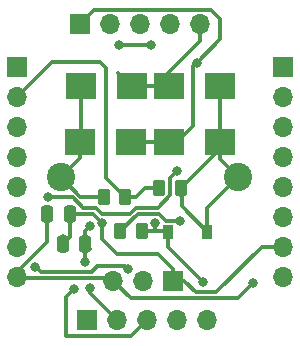
<source format=gtl>
G04 #@! TF.GenerationSoftware,KiCad,Pcbnew,(6.0.11)*
G04 #@! TF.CreationDate,2023-12-04T17:04:48+01:00*
G04 #@! TF.ProjectId,PCB_Dongle_Linky,5043425f-446f-46e6-976c-655f4c696e6b,rev?*
G04 #@! TF.SameCoordinates,Original*
G04 #@! TF.FileFunction,Copper,L1,Top*
G04 #@! TF.FilePolarity,Positive*
%FSLAX46Y46*%
G04 Gerber Fmt 4.6, Leading zero omitted, Abs format (unit mm)*
G04 Created by KiCad (PCBNEW (6.0.11)) date 2023-12-04 17:04:48*
%MOMM*%
%LPD*%
G01*
G04 APERTURE LIST*
G04 Aperture macros list*
%AMRoundRect*
0 Rectangle with rounded corners*
0 $1 Rounding radius*
0 $2 $3 $4 $5 $6 $7 $8 $9 X,Y pos of 4 corners*
0 Add a 4 corners polygon primitive as box body*
4,1,4,$2,$3,$4,$5,$6,$7,$8,$9,$2,$3,0*
0 Add four circle primitives for the rounded corners*
1,1,$1+$1,$2,$3*
1,1,$1+$1,$4,$5*
1,1,$1+$1,$6,$7*
1,1,$1+$1,$8,$9*
0 Add four rect primitives between the rounded corners*
20,1,$1+$1,$2,$3,$4,$5,0*
20,1,$1+$1,$4,$5,$6,$7,0*
20,1,$1+$1,$6,$7,$8,$9,0*
20,1,$1+$1,$8,$9,$2,$3,0*%
G04 Aperture macros list end*
G04 #@! TA.AperFunction,ComponentPad*
%ADD10R,1.700000X1.700000*%
G04 #@! TD*
G04 #@! TA.AperFunction,ComponentPad*
%ADD11O,1.700000X1.700000*%
G04 #@! TD*
G04 #@! TA.AperFunction,SMDPad,CuDef*
%ADD12RoundRect,0.250000X0.262500X0.450000X-0.262500X0.450000X-0.262500X-0.450000X0.262500X-0.450000X0*%
G04 #@! TD*
G04 #@! TA.AperFunction,SMDPad,CuDef*
%ADD13RoundRect,0.250000X0.250000X0.475000X-0.250000X0.475000X-0.250000X-0.475000X0.250000X-0.475000X0*%
G04 #@! TD*
G04 #@! TA.AperFunction,SMDPad,CuDef*
%ADD14R,2.500000X2.300000*%
G04 #@! TD*
G04 #@! TA.AperFunction,SMDPad,CuDef*
%ADD15RoundRect,0.250000X-0.250000X-0.475000X0.250000X-0.475000X0.250000X0.475000X-0.250000X0.475000X0*%
G04 #@! TD*
G04 #@! TA.AperFunction,ComponentPad*
%ADD16C,2.400000*%
G04 #@! TD*
G04 #@! TA.AperFunction,SMDPad,CuDef*
%ADD17R,0.900000X1.200000*%
G04 #@! TD*
G04 #@! TA.AperFunction,ViaPad*
%ADD18C,0.800000*%
G04 #@! TD*
G04 #@! TA.AperFunction,Conductor*
%ADD19C,0.300000*%
G04 #@! TD*
G04 APERTURE END LIST*
D10*
G04 #@! TO.P,J0,1,Pin_1*
G04 #@! TO.N,I1*
X25275000Y-104400000D03*
D11*
G04 #@! TO.P,J0,2,Pin_2*
G04 #@! TO.N,unconnected-(J0-Pad2)*
X27815000Y-104400000D03*
G04 #@! TO.P,J0,3,Pin_3*
G04 #@! TO.N,I2*
X30355000Y-104400000D03*
G04 #@! TO.P,J0,4,Pin_4*
G04 #@! TO.N,unconnected-(J0-Pad4)*
X32895000Y-104400000D03*
G04 #@! TO.P,J0,5,Pin_5*
G04 #@! TO.N,A*
X35435000Y-104400000D03*
G04 #@! TD*
D12*
G04 #@! TO.P,R4,1*
G04 #@! TO.N,Net-(J1-Pad2)*
X29162500Y-119000000D03*
G04 #@! TO.P,R4,2*
G04 #@! TO.N,VCC*
X27337500Y-119000000D03*
G04 #@! TD*
D13*
G04 #@! TO.P,C2b0,1*
G04 #@! TO.N,VCC*
X25750000Y-123000000D03*
G04 #@! TO.P,C2b0,2*
G04 #@! TO.N,GND1*
X23850000Y-123000000D03*
G04 #@! TD*
D14*
G04 #@! TO.P,D4,1,K*
G04 #@! TO.N,I1*
X32850000Y-114350000D03*
G04 #@! TO.P,D4,2,A*
G04 #@! TO.N,GND*
X37150000Y-114350000D03*
G04 #@! TD*
G04 #@! TO.P,D1,1,K*
G04 #@! TO.N,VCC*
X25400000Y-109650000D03*
G04 #@! TO.P,D1,2,A*
G04 #@! TO.N,A*
X29700000Y-109650000D03*
G04 #@! TD*
D10*
G04 #@! TO.P,J2,1,Pin_1*
G04 #@! TO.N,unconnected-(J2-Pad1)*
X42520000Y-108000000D03*
D11*
G04 #@! TO.P,J2,2,Pin_2*
G04 #@! TO.N,Net-(J2-Pad2)*
X42520000Y-110540000D03*
G04 #@! TO.P,J2,3,Pin_3*
G04 #@! TO.N,unconnected-(J2-Pad3)*
X42520000Y-113080000D03*
G04 #@! TO.P,J2,4,Pin_4*
G04 #@! TO.N,unconnected-(J2-Pad4)*
X42520000Y-115620000D03*
G04 #@! TO.P,J2,5,Pin_5*
G04 #@! TO.N,unconnected-(J2-Pad5)*
X42520000Y-118160000D03*
G04 #@! TO.P,J2,6,Pin_6*
G04 #@! TO.N,unconnected-(J2-Pad6)*
X42520000Y-120700000D03*
G04 #@! TO.P,J2,7,Pin_7*
G04 #@! TO.N,GND1*
X42520000Y-123240000D03*
G04 #@! TO.P,J2,8,Pin_8*
G04 #@! TO.N,unconnected-(J2-Pad8)*
X42520000Y-125780000D03*
G04 #@! TD*
D10*
G04 #@! TO.P,J1,1,Pin_1*
G04 #@! TO.N,Net-(J1-Pad1)*
X20000000Y-108000000D03*
D11*
G04 #@! TO.P,J1,2,Pin_2*
G04 #@! TO.N,Net-(J1-Pad2)*
X20000000Y-110540000D03*
G04 #@! TO.P,J1,3,Pin_3*
G04 #@! TO.N,Net-(J1-Pad1)*
X20000000Y-113080000D03*
G04 #@! TO.P,J1,4,Pin_4*
G04 #@! TO.N,Net-(J1-Pad4)*
X20000000Y-115620000D03*
G04 #@! TO.P,J1,5,Pin_5*
G04 #@! TO.N,unconnected-(J1-Pad5)*
X20000000Y-118160000D03*
G04 #@! TO.P,J1,6,Pin_6*
G04 #@! TO.N,unconnected-(J1-Pad6)*
X20000000Y-120700000D03*
G04 #@! TO.P,J1,7,Pin_7*
G04 #@! TO.N,unconnected-(J1-Pad7)*
X20000000Y-123240000D03*
G04 #@! TO.P,J1,8,Pin_8*
G04 #@! TO.N,+3.3V*
X20000000Y-125780000D03*
G04 #@! TD*
D10*
G04 #@! TO.P,J4,1,Pin_1*
G04 #@! TO.N,Net-(J4-Pad1)*
X25925000Y-129450000D03*
D11*
G04 #@! TO.P,J4,2,Pin_2*
G04 #@! TO.N,VCC*
X28465000Y-129450000D03*
G04 #@! TO.P,J4,3,Pin_3*
G04 #@! TO.N,GND*
X31005000Y-129450000D03*
G04 #@! TO.P,J4,4,Pin_4*
G04 #@! TO.N,Net-(DZ1-Pad1)*
X33545000Y-129450000D03*
G04 #@! TO.P,J4,5,Pin_5*
G04 #@! TO.N,Net-(J4-Pad5)*
X36085000Y-129450000D03*
G04 #@! TD*
D15*
G04 #@! TO.P,C2b1,1*
G04 #@! TO.N,+3.3V*
X22550000Y-120450000D03*
G04 #@! TO.P,C2b1,2*
G04 #@! TO.N,GND1*
X24450000Y-120450000D03*
G04 #@! TD*
D14*
G04 #@! TO.P,D3,1,K*
G04 #@! TO.N,VCC*
X25350000Y-114350000D03*
G04 #@! TO.P,D3,2,A*
G04 #@! TO.N,I1*
X29650000Y-114350000D03*
G04 #@! TD*
D12*
G04 #@! TO.P,R5,1*
G04 #@! TO.N,GND*
X33862500Y-118250000D03*
G04 #@! TO.P,R5,2*
G04 #@! TO.N,Net-(J1-Pad2)*
X32037500Y-118250000D03*
G04 #@! TD*
D16*
G04 #@! TO.P,C1,1*
G04 #@! TO.N,VCC*
X23700000Y-117350000D03*
G04 #@! TO.P,C1,2*
G04 #@! TO.N,GND*
X38700000Y-117350000D03*
G04 #@! TD*
D10*
G04 #@! TO.P,J3,1,Pin_1*
G04 #@! TO.N,GND1*
X33225000Y-126150000D03*
D11*
G04 #@! TO.P,J3,2,Pin_2*
G04 #@! TO.N,Net-(J1-Pad4)*
X30685000Y-126150000D03*
G04 #@! TO.P,J3,3,Pin_3*
G04 #@! TO.N,+3.3V*
X28145000Y-126150000D03*
G04 #@! TD*
D12*
G04 #@! TO.P,R6,1*
G04 #@! TO.N,Net-(DZ1-Pad1)*
X30562500Y-121950000D03*
G04 #@! TO.P,R6,2*
G04 #@! TO.N,Net-(J4-Pad5)*
X28737500Y-121950000D03*
G04 #@! TD*
D17*
G04 #@! TO.P,DZ1,1,K*
G04 #@! TO.N,Net-(DZ1-Pad1)*
X32800000Y-122000000D03*
G04 #@! TO.P,DZ1,2,A*
G04 #@! TO.N,GND*
X36100000Y-122000000D03*
G04 #@! TD*
D14*
G04 #@! TO.P,D2,2,A*
G04 #@! TO.N,GND*
X37150000Y-109650000D03*
G04 #@! TO.P,D2,1,K*
G04 #@! TO.N,A*
X32850000Y-109650000D03*
G04 #@! TD*
D18*
G04 #@! TO.N,I1*
X31300000Y-106200000D03*
X28600000Y-106200000D03*
X35200000Y-107650000D03*
G04 #@! TO.N,VCC*
X26200000Y-121500000D03*
X25750000Y-124550000D03*
X26200000Y-126750000D03*
G04 #@! TO.N,GND*
X24850000Y-126825500D03*
G04 #@! TO.N,Net-(DZ1-Pad1)*
X31700000Y-121200000D03*
X35750000Y-126250000D03*
G04 #@! TO.N,+3.3V*
X40000000Y-126300000D03*
G04 #@! TO.N,GND1*
X27158888Y-121217974D03*
G04 #@! TO.N,Net-(J4-Pad5)*
X33764068Y-121091559D03*
G04 #@! TO.N,Net-(Q2-Pad1)*
X33500000Y-116850000D03*
X22600000Y-119050000D03*
G04 #@! TO.N,Net-(J1-Pad4)*
X21500000Y-124950000D03*
X29400000Y-125150000D03*
G04 #@! TD*
D19*
G04 #@! TO.N,A*
X32850000Y-108600000D02*
X32750000Y-108500000D01*
X32850000Y-109650000D02*
X32850000Y-108600000D01*
G04 #@! TO.N,I1*
X37200000Y-104000000D02*
X36400000Y-103200000D01*
X36400000Y-103200000D02*
X26475000Y-103200000D01*
X26475000Y-103200000D02*
X25275000Y-104400000D01*
X37200000Y-105650000D02*
X37200000Y-104000000D01*
X35200000Y-107650000D02*
X37200000Y-105650000D01*
X28600000Y-106200000D02*
X31300000Y-106200000D01*
X33550000Y-114350000D02*
X34850000Y-113050000D01*
X34850000Y-113050000D02*
X34850000Y-107950000D01*
X34850000Y-107950000D02*
X35150000Y-107650000D01*
X35150000Y-107650000D02*
X35200000Y-107650000D01*
X32850000Y-114350000D02*
X33550000Y-114350000D01*
G04 #@! TO.N,A*
X35435000Y-105815000D02*
X32750000Y-108500000D01*
X35435000Y-104400000D02*
X35435000Y-105815000D01*
G04 #@! TO.N,VCC*
X25400000Y-114300000D02*
X25350000Y-114350000D01*
X23700000Y-117350000D02*
X25350000Y-119000000D01*
X25350000Y-115700000D02*
X23700000Y-117350000D01*
X25750000Y-121950000D02*
X26200000Y-121500000D01*
X25350000Y-119000000D02*
X27337500Y-119000000D01*
X28465000Y-129450000D02*
X26200000Y-127185000D01*
X25750000Y-124550000D02*
X25750000Y-123000000D01*
X25750000Y-123000000D02*
X26200000Y-123450000D01*
X25350000Y-114350000D02*
X25350000Y-115700000D01*
X26200000Y-127185000D02*
X26200000Y-126750000D01*
X25750000Y-123000000D02*
X25750000Y-121950000D01*
X25400000Y-109650000D02*
X25400000Y-114300000D01*
G04 #@! TO.N,GND*
X24850000Y-126825500D02*
X24150000Y-127525500D01*
X38700000Y-117350000D02*
X37150000Y-115800000D01*
X29655000Y-130800000D02*
X31005000Y-129450000D01*
X36100000Y-122000000D02*
X36100000Y-119950000D01*
X33912500Y-119000000D02*
X33912500Y-119812500D01*
X37150000Y-114962500D02*
X33862500Y-118250000D01*
X37150000Y-115800000D02*
X37150000Y-114350000D01*
X24150000Y-130800000D02*
X29655000Y-130800000D01*
X36100000Y-119950000D02*
X38700000Y-117350000D01*
X37150000Y-114350000D02*
X37150000Y-114962500D01*
X33862500Y-118950000D02*
X33912500Y-119000000D01*
X37150000Y-109650000D02*
X37150000Y-114350000D01*
X33912500Y-119812500D02*
X36100000Y-122000000D01*
X33862500Y-118250000D02*
X33862500Y-118950000D01*
X24150000Y-127525500D02*
X24150000Y-130800000D01*
G04 #@! TO.N,A*
X29700000Y-109650000D02*
X32850000Y-109650000D01*
X28550000Y-108500000D02*
X29700000Y-109650000D01*
G04 #@! TO.N,I1*
X32850000Y-114350000D02*
X29650000Y-114350000D01*
G04 #@! TO.N,Net-(DZ1-Pad1)*
X35750000Y-126250000D02*
X32800000Y-123300000D01*
X32800000Y-123300000D02*
X32800000Y-122000000D01*
X31700000Y-121950000D02*
X32750000Y-121950000D01*
X32750000Y-121950000D02*
X32800000Y-122000000D01*
X31700000Y-121200000D02*
X31700000Y-121950000D01*
X30562500Y-121950000D02*
X31700000Y-121950000D01*
G04 #@! TO.N,+3.3V*
X38700000Y-127600000D02*
X40000000Y-126300000D01*
X28145000Y-126150000D02*
X29595000Y-127600000D01*
X20070000Y-125850000D02*
X20000000Y-125780000D01*
X29595000Y-127600000D02*
X38700000Y-127600000D01*
X20000000Y-125389339D02*
X20000000Y-125780000D01*
X22550000Y-122839339D02*
X20000000Y-125389339D01*
X28120000Y-125850000D02*
X20070000Y-125850000D01*
X22550000Y-120450000D02*
X22550000Y-122839339D01*
G04 #@! TO.N,GND1*
X40710000Y-123240000D02*
X42540000Y-123240000D01*
X27158888Y-121217974D02*
X26390914Y-120450000D01*
X28450000Y-123850000D02*
X31900000Y-123850000D01*
X33225000Y-126150000D02*
X34150000Y-126150000D01*
X34150000Y-126150000D02*
X35100000Y-127100000D01*
X35100000Y-127100000D02*
X36850000Y-127100000D01*
X33200000Y-125150000D02*
X33200000Y-125850000D01*
X23850000Y-122350000D02*
X23850000Y-123000000D01*
X27158888Y-121217974D02*
X27158888Y-122558888D01*
X24450000Y-122400000D02*
X23850000Y-123000000D01*
X26390914Y-120450000D02*
X24450000Y-120450000D01*
X27158888Y-122558888D02*
X28450000Y-123850000D01*
X36850000Y-127100000D02*
X40710000Y-123240000D01*
X24450000Y-120450000D02*
X24450000Y-122400000D01*
X31900000Y-123850000D02*
X33200000Y-125150000D01*
G04 #@! TO.N,Net-(J4-Pad5)*
X33764068Y-121091559D02*
X33722509Y-121050000D01*
X33722509Y-121050000D02*
X32610661Y-121050000D01*
X32010661Y-120450000D02*
X30237500Y-120450000D01*
X32610661Y-121050000D02*
X32010661Y-120450000D01*
X30237500Y-120450000D02*
X28737500Y-121950000D01*
G04 #@! TO.N,Net-(Q2-Pad1)*
X29530394Y-120450000D02*
X30030394Y-119950000D01*
X26700000Y-119950000D02*
X27200000Y-120450000D01*
X24692894Y-119050000D02*
X25592894Y-119950000D01*
X32950000Y-117400000D02*
X33500000Y-116850000D01*
X31898528Y-119950000D02*
X32950000Y-118898528D01*
X30030394Y-119950000D02*
X31898528Y-119950000D01*
X25592894Y-119950000D02*
X26700000Y-119950000D01*
X32950000Y-118898528D02*
X32950000Y-117400000D01*
X22600000Y-119050000D02*
X24692894Y-119050000D01*
X27200000Y-120450000D02*
X29530394Y-120450000D01*
G04 #@! TO.N,Net-(J1-Pad2)*
X27000000Y-107600000D02*
X22940000Y-107600000D01*
X22940000Y-107600000D02*
X20000000Y-110540000D01*
X27550000Y-117387500D02*
X27550000Y-108150000D01*
X30850000Y-118250000D02*
X30100000Y-119000000D01*
X29162500Y-119000000D02*
X27550000Y-117387500D01*
X27550000Y-108150000D02*
X27000000Y-107600000D01*
X32037500Y-118250000D02*
X30850000Y-118250000D01*
X30100000Y-119000000D02*
X29162500Y-119000000D01*
G04 #@! TO.N,Net-(J1-Pad4)*
X21800000Y-125100000D02*
X21650000Y-124950000D01*
X29150000Y-124900000D02*
X26750000Y-124900000D01*
X22050000Y-125350000D02*
X21800000Y-125100000D01*
X26750000Y-124900000D02*
X26300000Y-125350000D01*
X26300000Y-125350000D02*
X22050000Y-125350000D01*
X21650000Y-124950000D02*
X21500000Y-124950000D01*
X29400000Y-125150000D02*
X29150000Y-124900000D01*
G04 #@! TD*
M02*

</source>
